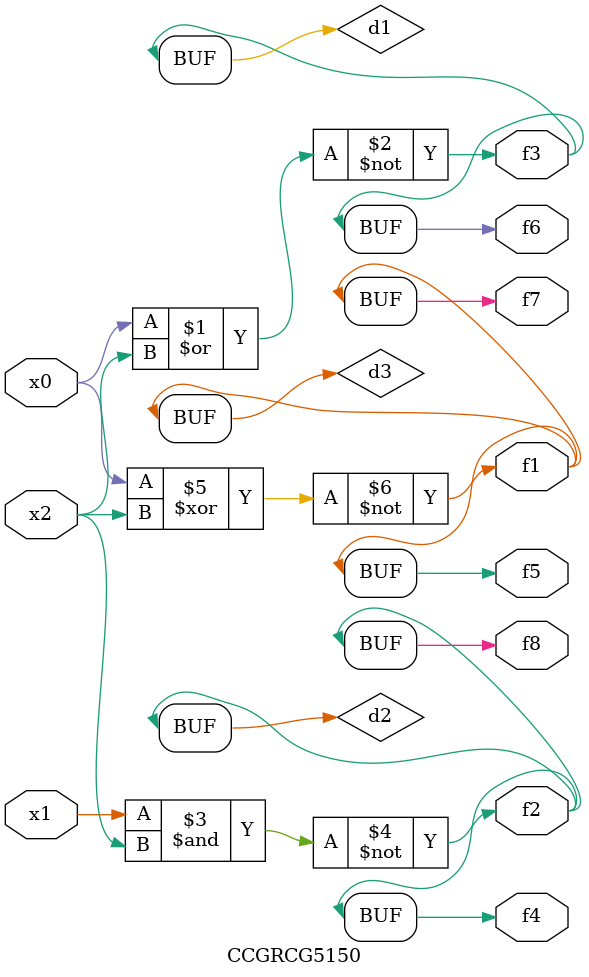
<source format=v>
module CCGRCG5150(
	input x0, x1, x2,
	output f1, f2, f3, f4, f5, f6, f7, f8
);

	wire d1, d2, d3;

	nor (d1, x0, x2);
	nand (d2, x1, x2);
	xnor (d3, x0, x2);
	assign f1 = d3;
	assign f2 = d2;
	assign f3 = d1;
	assign f4 = d2;
	assign f5 = d3;
	assign f6 = d1;
	assign f7 = d3;
	assign f8 = d2;
endmodule

</source>
